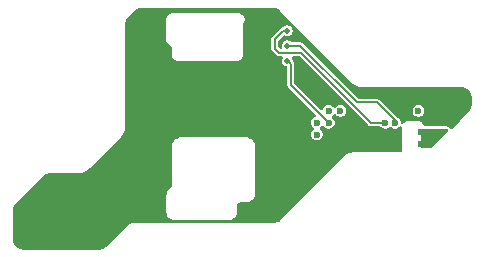
<source format=gbr>
%TF.GenerationSoftware,KiCad,Pcbnew,9.0.1-unknown-202504212220~56345a4158~ubuntu24.04.1*%
%TF.CreationDate,2025-05-10T20:44:28+10:00*%
%TF.ProjectId,MXBreakout,4d584272-6561-46b6-9f75-742e6b696361,rev?*%
%TF.SameCoordinates,Original*%
%TF.FileFunction,Copper,L2,Bot*%
%TF.FilePolarity,Positive*%
%FSLAX46Y46*%
G04 Gerber Fmt 4.6, Leading zero omitted, Abs format (unit mm)*
G04 Created by KiCad (PCBNEW 9.0.1-unknown-202504212220~56345a4158~ubuntu24.04.1) date 2025-05-10 20:44:28*
%MOMM*%
%LPD*%
G01*
G04 APERTURE LIST*
%TA.AperFunction,ComponentPad*%
%ADD10C,0.600000*%
%TD*%
%TA.AperFunction,ViaPad*%
%ADD11C,0.600000*%
%TD*%
%TA.AperFunction,ViaPad*%
%ADD12C,0.800000*%
%TD*%
%TA.AperFunction,ViaPad*%
%ADD13C,0.500000*%
%TD*%
%TA.AperFunction,Conductor*%
%ADD14C,0.200000*%
%TD*%
G04 APERTURE END LIST*
D10*
%TO.P,TP3,1,1*%
%TO.N,GND*%
X84250000Y-52625000D03*
%TD*%
%TO.P,TP3,1,1*%
%TO.N,GND*%
X85750000Y-52625000D03*
%TD*%
%TO.P,TP7,1,1*%
%TO.N,Net-(U10-RST)*%
X74000000Y-53000000D03*
%TD*%
%TO.P,TP3,1,1*%
%TO.N,GND*%
X57000000Y-58000000D03*
%TD*%
%TO.P,TP5,1,1*%
%TO.N,/DATA3*%
X73000000Y-55000000D03*
%TD*%
%TO.P,TP12,1,1*%
%TO.N,/POWER*%
X81600000Y-53000000D03*
%TD*%
%TO.P,TP3,1,1*%
%TO.N,/DATA1*%
X79600000Y-54000000D03*
%TD*%
%TO.P,TP2,1,1*%
%TO.N,/DATA0*%
X74000000Y-54000000D03*
%TD*%
%TO.P,TP10,1,1*%
%TO.N,/RESET*%
X75000000Y-53000000D03*
%TD*%
%TO.P,TP4,1,1*%
%TO.N,/DATA2*%
X78800000Y-54000000D03*
%TD*%
%TO.P,TP14,1,1*%
%TO.N,/SOFT*%
X73000000Y-54000000D03*
%TD*%
D11*
%TO.N,GND*%
X71800000Y-49300000D03*
D12*
X73500000Y-56000000D03*
X52500000Y-61500000D03*
X65000000Y-52500000D03*
X83000000Y-51500000D03*
X79500000Y-55500000D03*
X62500000Y-50000000D03*
X65000000Y-50000000D03*
X50000000Y-60000000D03*
X62500000Y-52500000D03*
X80000000Y-52500000D03*
X85000000Y-51500000D03*
X72000000Y-59000000D03*
D13*
X58700000Y-46215000D03*
D12*
X50000000Y-61500000D03*
X52500000Y-60000000D03*
D13*
%TO.N,/DATA0*%
X70500000Y-48750000D03*
%TO.N,/DATA1*%
X70500000Y-47475000D03*
%TO.N,/DATA2*%
X70500000Y-46210000D03*
D11*
%TO.N,+3.3V*%
X81800000Y-55800000D03*
X81800000Y-54800000D03*
%TD*%
D14*
%TO.N,/DATA0*%
X74000000Y-54000000D02*
X70800000Y-50800000D01*
X70800000Y-49050000D02*
X70500000Y-48750000D01*
X70800000Y-50800000D02*
X70800000Y-49050000D01*
%TO.N,/DATA1*%
X78075000Y-52275000D02*
X76362500Y-52275000D01*
X79600000Y-53800000D02*
X78075000Y-52275000D01*
X76362500Y-52275000D02*
X71562500Y-47475000D01*
X79600000Y-54000000D02*
X79600000Y-53800000D01*
X71562500Y-47475000D02*
X70500000Y-47475000D01*
%TO.N,/DATA2*%
X69450000Y-46905000D02*
X69450000Y-47726409D01*
X69450000Y-47726409D02*
X69778591Y-48055000D01*
X70500000Y-46210000D02*
X70145000Y-46210000D01*
X71680052Y-48055000D02*
X77625052Y-54000000D01*
X77625052Y-54000000D02*
X78800000Y-54000000D01*
X69778591Y-48055000D02*
X71680052Y-48055000D01*
X70145000Y-46210000D02*
X69450000Y-46905000D01*
%TD*%
%TA.AperFunction,Conductor*%
%TO.N,GND*%
G36*
X69341851Y-44251096D02*
G01*
X69469856Y-44263703D01*
X69493685Y-44268443D01*
X69610913Y-44304006D01*
X69633369Y-44313308D01*
X69741400Y-44371056D01*
X69761610Y-44384561D01*
X69861030Y-44466162D01*
X69861183Y-44466287D01*
X69870194Y-44474455D01*
X69873553Y-44477814D01*
X69873556Y-44477819D01*
X69873557Y-44477819D01*
X69905874Y-44510139D01*
X69905895Y-44510156D01*
X76073964Y-50678225D01*
X76074096Y-50678333D01*
X76099569Y-50703808D01*
X76258807Y-50819512D01*
X76258812Y-50819514D01*
X76258816Y-50819517D01*
X76280427Y-50830529D01*
X76434186Y-50908879D01*
X76434188Y-50908879D01*
X76434189Y-50908880D01*
X76434191Y-50908881D01*
X76599233Y-50962509D01*
X76621387Y-50969708D01*
X76815800Y-51000500D01*
X76864386Y-51000500D01*
X85291620Y-51000500D01*
X85329699Y-51000500D01*
X85341851Y-51001096D01*
X85469856Y-51013703D01*
X85493685Y-51018443D01*
X85610913Y-51054006D01*
X85633369Y-51063308D01*
X85741400Y-51121056D01*
X85761611Y-51134562D01*
X85861183Y-51216287D01*
X85870210Y-51224471D01*
X85875667Y-51229930D01*
X85883828Y-51238937D01*
X85965418Y-51338368D01*
X85978921Y-51358579D01*
X86036660Y-51466615D01*
X86045961Y-51489072D01*
X86081518Y-51606305D01*
X86086259Y-51630143D01*
X86098903Y-51758544D01*
X86099500Y-51770696D01*
X86099500Y-52450389D01*
X86099498Y-52450395D01*
X86099499Y-52477576D01*
X86099499Y-52488730D01*
X86098951Y-52500381D01*
X86087359Y-52623207D01*
X86082997Y-52646102D01*
X86050256Y-52758944D01*
X86041684Y-52780624D01*
X85988399Y-52885347D01*
X85975920Y-52905040D01*
X85900593Y-53002304D01*
X85893275Y-53010912D01*
X85893234Y-53010956D01*
X85893156Y-53011038D01*
X85892972Y-53011236D01*
X85107099Y-53849500D01*
X84491098Y-54506567D01*
X84430886Y-54542011D01*
X84361070Y-54539276D01*
X84303815Y-54499230D01*
X84291203Y-54480073D01*
X84270154Y-54440573D01*
X84268738Y-54437915D01*
X84222983Y-54385111D01*
X84222977Y-54385104D01*
X84205395Y-54367160D01*
X84205394Y-54367159D01*
X84205392Y-54367157D01*
X84205390Y-54367156D01*
X84205388Y-54367154D01*
X84125578Y-54322511D01*
X84125573Y-54322509D01*
X84058541Y-54302826D01*
X84058537Y-54302825D01*
X84058536Y-54302825D01*
X84000638Y-54294500D01*
X84000634Y-54294500D01*
X82149591Y-54294500D01*
X82082552Y-54274815D01*
X82036797Y-54222011D01*
X82028700Y-54198091D01*
X82025404Y-54183650D01*
X81976467Y-54082033D01*
X81976466Y-54082030D01*
X81934648Y-54029594D01*
X81906146Y-53993854D01*
X81872817Y-53967275D01*
X81817969Y-53923533D01*
X81817966Y-53923532D01*
X81716350Y-53874596D01*
X81606399Y-53849500D01*
X81606393Y-53849500D01*
X81599828Y-53849500D01*
X80744170Y-53849500D01*
X80700000Y-53849500D01*
X80643607Y-53849500D01*
X80643600Y-53849500D01*
X80533649Y-53874596D01*
X80432033Y-53923532D01*
X80432030Y-53923533D01*
X80343853Y-53993854D01*
X80321446Y-54021952D01*
X80264257Y-54062092D01*
X80194445Y-54064941D01*
X80134176Y-54029594D01*
X80102584Y-53967275D01*
X80100500Y-53944638D01*
X80100500Y-53934110D01*
X80100500Y-53934108D01*
X80066392Y-53806814D01*
X80000500Y-53692686D01*
X79907314Y-53599500D01*
X79793188Y-53533609D01*
X79793185Y-53533607D01*
X79793186Y-53533607D01*
X79778002Y-53529539D01*
X79722417Y-53497446D01*
X79159079Y-52934108D01*
X81099500Y-52934108D01*
X81099500Y-53065891D01*
X81133608Y-53193187D01*
X81166554Y-53250250D01*
X81199500Y-53307314D01*
X81292686Y-53400500D01*
X81406814Y-53466392D01*
X81534108Y-53500500D01*
X81534110Y-53500500D01*
X81665890Y-53500500D01*
X81665892Y-53500500D01*
X81793186Y-53466392D01*
X81907314Y-53400500D01*
X82000500Y-53307314D01*
X82066392Y-53193186D01*
X82100500Y-53065892D01*
X82100500Y-52934108D01*
X82066392Y-52806814D01*
X82000500Y-52692686D01*
X81907314Y-52599500D01*
X81850250Y-52566554D01*
X81793187Y-52533608D01*
X81729539Y-52516554D01*
X81665892Y-52499500D01*
X81534108Y-52499500D01*
X81406812Y-52533608D01*
X81292686Y-52599500D01*
X81292683Y-52599502D01*
X81199502Y-52692683D01*
X81199500Y-52692686D01*
X81133608Y-52806812D01*
X81099500Y-52934108D01*
X79159079Y-52934108D01*
X78259512Y-52034541D01*
X78259504Y-52034535D01*
X78190995Y-51994982D01*
X78190990Y-51994979D01*
X78165513Y-51988152D01*
X78114562Y-51974500D01*
X78114560Y-51974500D01*
X76538333Y-51974500D01*
X76471294Y-51954815D01*
X76450652Y-51938181D01*
X71747012Y-47234541D01*
X71747007Y-47234537D01*
X71737565Y-47229086D01*
X71737564Y-47229086D01*
X71718861Y-47218288D01*
X71678491Y-47194980D01*
X71678490Y-47194979D01*
X71653013Y-47188152D01*
X71602062Y-47174500D01*
X71602060Y-47174500D01*
X70887964Y-47174500D01*
X70820925Y-47154815D01*
X70800283Y-47138181D01*
X70776615Y-47114513D01*
X70776613Y-47114511D01*
X70673886Y-47055201D01*
X70559309Y-47024500D01*
X70440691Y-47024500D01*
X70326114Y-47055201D01*
X70326112Y-47055201D01*
X70326112Y-47055202D01*
X70223387Y-47114511D01*
X70223384Y-47114513D01*
X70139513Y-47198384D01*
X70139511Y-47198387D01*
X70111732Y-47246502D01*
X70080201Y-47301114D01*
X70049500Y-47415691D01*
X70049500Y-47415693D01*
X70049500Y-47534308D01*
X70063921Y-47588129D01*
X70062258Y-47657979D01*
X70023095Y-47715841D01*
X69958866Y-47743345D01*
X69889964Y-47731758D01*
X69856465Y-47707903D01*
X69786819Y-47638257D01*
X69753334Y-47576934D01*
X69750500Y-47550576D01*
X69750500Y-47080832D01*
X69770185Y-47013793D01*
X69786815Y-46993155D01*
X70147292Y-46632677D01*
X70208613Y-46599194D01*
X70278304Y-46604178D01*
X70296970Y-46612972D01*
X70326114Y-46629799D01*
X70440691Y-46660500D01*
X70440694Y-46660500D01*
X70559306Y-46660500D01*
X70559309Y-46660500D01*
X70673886Y-46629799D01*
X70776613Y-46570489D01*
X70860489Y-46486613D01*
X70919799Y-46383886D01*
X70950500Y-46269309D01*
X70950500Y-46150691D01*
X70919799Y-46036114D01*
X70860489Y-45933387D01*
X70776613Y-45849511D01*
X70673886Y-45790201D01*
X70559309Y-45759500D01*
X70440691Y-45759500D01*
X70326114Y-45790201D01*
X70326112Y-45790201D01*
X70326112Y-45790202D01*
X70223387Y-45849511D01*
X70223384Y-45849513D01*
X70199717Y-45873181D01*
X70138394Y-45906666D01*
X70112036Y-45909500D01*
X70105438Y-45909500D01*
X70054486Y-45923152D01*
X70029010Y-45929979D01*
X69969934Y-45964087D01*
X69969933Y-45964086D01*
X69960492Y-45969537D01*
X69960487Y-45969541D01*
X69209541Y-46720487D01*
X69209535Y-46720495D01*
X69169982Y-46789004D01*
X69169979Y-46789009D01*
X69156326Y-46839962D01*
X69149500Y-46865438D01*
X69149500Y-47765971D01*
X69159739Y-47804184D01*
X69169979Y-47842400D01*
X69169981Y-47842403D01*
X69200232Y-47894798D01*
X69200233Y-47894799D01*
X69207838Y-47907973D01*
X69209541Y-47910922D01*
X69504450Y-48205830D01*
X69538131Y-48239511D01*
X69594080Y-48295460D01*
X69594082Y-48295461D01*
X69594086Y-48295464D01*
X69662595Y-48335017D01*
X69662602Y-48335021D01*
X69739029Y-48355500D01*
X69992798Y-48355500D01*
X70059837Y-48375185D01*
X70105592Y-48427989D01*
X70115536Y-48497147D01*
X70100185Y-48541500D01*
X70080202Y-48576110D01*
X70080201Y-48576114D01*
X70049500Y-48690691D01*
X70049500Y-48809309D01*
X70080201Y-48923886D01*
X70139511Y-49026613D01*
X70223387Y-49110489D01*
X70326114Y-49169799D01*
X70407595Y-49191631D01*
X70467253Y-49227994D01*
X70497783Y-49290841D01*
X70499500Y-49311405D01*
X70499500Y-50839562D01*
X70501963Y-50848752D01*
X70519979Y-50915990D01*
X70550991Y-50969702D01*
X70550993Y-50969709D01*
X70550994Y-50969709D01*
X70559538Y-50984508D01*
X70559541Y-50984513D01*
X72892986Y-53317957D01*
X72926471Y-53379280D01*
X72921487Y-53448972D01*
X72879615Y-53504905D01*
X72837401Y-53525412D01*
X72806814Y-53533608D01*
X72806813Y-53533608D01*
X72806811Y-53533609D01*
X72692686Y-53599500D01*
X72692683Y-53599502D01*
X72599502Y-53692683D01*
X72599500Y-53692686D01*
X72533608Y-53806812D01*
X72499500Y-53934108D01*
X72499500Y-54065891D01*
X72533608Y-54193187D01*
X72550250Y-54222011D01*
X72599500Y-54307314D01*
X72599502Y-54307316D01*
X72692687Y-54400501D01*
X72694158Y-54401630D01*
X72695083Y-54402897D01*
X72698433Y-54406247D01*
X72697910Y-54406769D01*
X72735356Y-54458060D01*
X72739506Y-54527807D01*
X72705289Y-54588725D01*
X72694158Y-54598370D01*
X72692687Y-54599498D01*
X72599502Y-54692683D01*
X72599500Y-54692686D01*
X72533608Y-54806812D01*
X72499500Y-54934108D01*
X72499500Y-55065891D01*
X72533608Y-55193187D01*
X72556768Y-55233301D01*
X72599500Y-55307314D01*
X72692686Y-55400500D01*
X72806814Y-55466392D01*
X72934108Y-55500500D01*
X72934110Y-55500500D01*
X73065890Y-55500500D01*
X73065892Y-55500500D01*
X73193186Y-55466392D01*
X73307314Y-55400500D01*
X73400500Y-55307314D01*
X73466392Y-55193186D01*
X73500500Y-55065892D01*
X73500500Y-54934108D01*
X73466392Y-54806814D01*
X73400500Y-54692686D01*
X73307314Y-54599500D01*
X73307311Y-54599498D01*
X73305847Y-54598375D01*
X73304921Y-54597107D01*
X73301567Y-54593753D01*
X73302090Y-54593229D01*
X73295759Y-54584559D01*
X73282068Y-54574310D01*
X73275585Y-54556931D01*
X73264645Y-54541947D01*
X73263627Y-54524870D01*
X73257651Y-54508846D01*
X73261594Y-54490720D01*
X73260491Y-54472201D01*
X73268942Y-54456940D01*
X73272503Y-54440573D01*
X73288089Y-54422367D01*
X73293654Y-54412319D01*
X73302958Y-54403014D01*
X73307314Y-54400500D01*
X73400500Y-54307314D01*
X73403014Y-54302958D01*
X73412319Y-54293654D01*
X73436131Y-54280651D01*
X73458053Y-54264645D01*
X73466349Y-54264150D01*
X73473642Y-54260169D01*
X73500707Y-54262104D01*
X73527799Y-54260491D01*
X73535044Y-54264560D01*
X73543334Y-54265153D01*
X73565058Y-54281416D01*
X73588719Y-54294704D01*
X73598375Y-54305847D01*
X73599498Y-54307311D01*
X73599500Y-54307314D01*
X73692686Y-54400500D01*
X73806814Y-54466392D01*
X73934108Y-54500500D01*
X73934110Y-54500500D01*
X74065890Y-54500500D01*
X74065892Y-54500500D01*
X74193186Y-54466392D01*
X74307314Y-54400500D01*
X74400500Y-54307314D01*
X74466392Y-54193186D01*
X74500500Y-54065892D01*
X74500500Y-53934108D01*
X74466392Y-53806814D01*
X74400500Y-53692686D01*
X74307314Y-53599500D01*
X74307311Y-53599498D01*
X74305847Y-53598375D01*
X74304921Y-53597107D01*
X74301567Y-53593753D01*
X74302090Y-53593229D01*
X74295759Y-53584559D01*
X74282068Y-53574310D01*
X74275585Y-53556931D01*
X74264645Y-53541947D01*
X74263627Y-53524870D01*
X74257651Y-53508846D01*
X74261594Y-53490720D01*
X74260491Y-53472201D01*
X74268942Y-53456940D01*
X74272503Y-53440573D01*
X74288089Y-53422367D01*
X74293654Y-53412319D01*
X74302958Y-53403014D01*
X74307314Y-53400500D01*
X74400500Y-53307314D01*
X74403014Y-53302958D01*
X74412319Y-53293654D01*
X74436131Y-53280651D01*
X74458053Y-53264645D01*
X74466349Y-53264150D01*
X74473642Y-53260169D01*
X74500707Y-53262104D01*
X74527799Y-53260491D01*
X74535044Y-53264560D01*
X74543334Y-53265153D01*
X74565058Y-53281416D01*
X74588719Y-53294704D01*
X74598375Y-53305847D01*
X74599498Y-53307311D01*
X74599500Y-53307314D01*
X74692686Y-53400500D01*
X74806814Y-53466392D01*
X74934108Y-53500500D01*
X74934110Y-53500500D01*
X75065890Y-53500500D01*
X75065892Y-53500500D01*
X75193186Y-53466392D01*
X75307314Y-53400500D01*
X75400500Y-53307314D01*
X75466392Y-53193186D01*
X75500500Y-53065892D01*
X75500500Y-52934108D01*
X75466392Y-52806814D01*
X75400500Y-52692686D01*
X75307314Y-52599500D01*
X75250250Y-52566554D01*
X75193187Y-52533608D01*
X75129539Y-52516554D01*
X75065892Y-52499500D01*
X74934108Y-52499500D01*
X74806812Y-52533608D01*
X74692686Y-52599500D01*
X74692683Y-52599502D01*
X74599498Y-52692687D01*
X74598370Y-52694158D01*
X74597102Y-52695083D01*
X74593753Y-52698433D01*
X74593230Y-52697910D01*
X74541940Y-52735356D01*
X74472193Y-52739506D01*
X74411275Y-52705289D01*
X74401630Y-52694158D01*
X74400501Y-52692687D01*
X74307316Y-52599502D01*
X74307314Y-52599500D01*
X74250250Y-52566554D01*
X74193187Y-52533608D01*
X74129539Y-52516554D01*
X74065892Y-52499500D01*
X73934108Y-52499500D01*
X73806812Y-52533608D01*
X73692686Y-52599500D01*
X73692683Y-52599502D01*
X73599502Y-52692683D01*
X73599500Y-52692686D01*
X73533609Y-52806811D01*
X73525413Y-52837400D01*
X73489047Y-52897060D01*
X73426200Y-52927588D01*
X73356824Y-52919293D01*
X73317957Y-52892986D01*
X71136819Y-50711848D01*
X71103334Y-50650525D01*
X71100500Y-50624167D01*
X71100500Y-49010439D01*
X71080020Y-48934009D01*
X71080017Y-48934004D01*
X71040464Y-48865495D01*
X71040458Y-48865487D01*
X70986819Y-48811848D01*
X70953334Y-48750525D01*
X70950500Y-48724167D01*
X70950500Y-48690693D01*
X70950500Y-48690691D01*
X70919799Y-48576114D01*
X70919797Y-48576110D01*
X70899815Y-48541500D01*
X70883342Y-48473600D01*
X70906194Y-48407573D01*
X70961115Y-48364383D01*
X71007202Y-48355500D01*
X71504219Y-48355500D01*
X71571258Y-48375185D01*
X71591900Y-48391819D01*
X77440541Y-54240460D01*
X77509064Y-54280022D01*
X77585490Y-54300500D01*
X78341324Y-54300500D01*
X78408363Y-54320185D01*
X78429005Y-54336819D01*
X78492686Y-54400500D01*
X78606814Y-54466392D01*
X78734108Y-54500500D01*
X78734110Y-54500500D01*
X78865890Y-54500500D01*
X78865892Y-54500500D01*
X78993186Y-54466392D01*
X79107314Y-54400500D01*
X79112319Y-54395495D01*
X79173642Y-54362010D01*
X79243334Y-54366994D01*
X79287681Y-54395495D01*
X79292686Y-54400500D01*
X79406814Y-54466392D01*
X79534108Y-54500500D01*
X79534110Y-54500500D01*
X79665890Y-54500500D01*
X79665892Y-54500500D01*
X79793186Y-54466392D01*
X79907314Y-54400500D01*
X79987819Y-54319995D01*
X80049142Y-54286510D01*
X80118834Y-54291494D01*
X80174767Y-54333366D01*
X80199184Y-54398830D01*
X80199500Y-54407676D01*
X80199500Y-56356389D01*
X80200089Y-56361618D01*
X80188033Y-56430440D01*
X80140683Y-56481819D01*
X80076868Y-56499500D01*
X76103593Y-56499500D01*
X76103502Y-56499508D01*
X76065795Y-56499508D01*
X75871393Y-56530296D01*
X75871385Y-56530298D01*
X75684198Y-56591117D01*
X75684186Y-56591122D01*
X75508815Y-56680475D01*
X75508804Y-56680482D01*
X75349572Y-56796168D01*
X75349567Y-56796173D01*
X75297775Y-56847961D01*
X75297768Y-56847971D01*
X69870079Y-62275657D01*
X69861056Y-62283835D01*
X69761631Y-62365419D01*
X69741420Y-62378921D01*
X69633384Y-62436660D01*
X69610927Y-62445961D01*
X69493694Y-62481518D01*
X69469856Y-62486259D01*
X69341455Y-62498903D01*
X69329303Y-62499500D01*
X57603593Y-62499500D01*
X57603502Y-62499508D01*
X57565795Y-62499508D01*
X57371393Y-62530296D01*
X57371385Y-62530298D01*
X57184198Y-62591117D01*
X57184186Y-62591122D01*
X57008815Y-62680475D01*
X57008804Y-62680482D01*
X56849573Y-62796168D01*
X56815210Y-62830529D01*
X55120090Y-64525648D01*
X55111067Y-64533826D01*
X55011631Y-64615419D01*
X54991420Y-64628921D01*
X54883384Y-64686660D01*
X54860927Y-64695961D01*
X54743694Y-64731518D01*
X54719856Y-64736259D01*
X54591455Y-64748903D01*
X54579303Y-64749500D01*
X48170301Y-64749500D01*
X48158148Y-64748903D01*
X48144202Y-64747529D01*
X48030141Y-64736296D01*
X48006302Y-64731554D01*
X47889075Y-64695996D01*
X47866616Y-64686694D01*
X47758577Y-64628947D01*
X47738365Y-64615442D01*
X47639013Y-64533908D01*
X47629995Y-64525735D01*
X47474330Y-64370069D01*
X47466158Y-64361052D01*
X47384565Y-64261629D01*
X47371060Y-64241417D01*
X47313314Y-64133379D01*
X47304014Y-64110926D01*
X47268451Y-63993687D01*
X47263712Y-63969860D01*
X47251096Y-63841750D01*
X47250500Y-63829600D01*
X47250500Y-61420301D01*
X47251097Y-61408148D01*
X47255407Y-61364386D01*
X47263703Y-61280141D01*
X47268443Y-61256316D01*
X47304007Y-61139082D01*
X47313306Y-61116634D01*
X47371059Y-61008594D01*
X47384558Y-60988393D01*
X47466302Y-60888798D01*
X47474452Y-60879807D01*
X47477814Y-60876445D01*
X47477822Y-60876441D01*
X47477821Y-60876440D01*
X47511436Y-60842830D01*
X47511459Y-60842800D01*
X48221067Y-60133192D01*
X60249499Y-60133192D01*
X60249500Y-60201850D01*
X60249500Y-61455830D01*
X60249500Y-61500000D01*
X60249500Y-61573918D01*
X60249500Y-61573920D01*
X60249499Y-61573920D01*
X60278340Y-61718907D01*
X60278343Y-61718917D01*
X60334912Y-61855488D01*
X60334919Y-61855501D01*
X60417048Y-61978415D01*
X60417051Y-61978419D01*
X60521580Y-62082948D01*
X60521584Y-62082951D01*
X60644498Y-62165080D01*
X60644511Y-62165087D01*
X60781082Y-62221656D01*
X60781087Y-62221658D01*
X60781091Y-62221658D01*
X60781092Y-62221659D01*
X60926079Y-62250500D01*
X60926082Y-62250500D01*
X65573920Y-62250500D01*
X65671462Y-62231096D01*
X65718913Y-62221658D01*
X65855495Y-62165084D01*
X65978416Y-62082951D01*
X66082951Y-61978416D01*
X66165084Y-61855495D01*
X66221658Y-61718913D01*
X66250500Y-61573918D01*
X66250500Y-61500000D01*
X66250500Y-61455830D01*
X66250500Y-61009755D01*
X66252025Y-60990369D01*
X66259639Y-60942291D01*
X66271624Y-60905406D01*
X66289237Y-60870840D01*
X66312033Y-60839464D01*
X66339464Y-60812033D01*
X66370840Y-60789237D01*
X66405406Y-60771624D01*
X66442291Y-60759639D01*
X66490368Y-60752025D01*
X66509756Y-60750500D01*
X67073920Y-60750500D01*
X67171462Y-60731096D01*
X67218913Y-60721658D01*
X67355495Y-60665084D01*
X67478416Y-60582951D01*
X67582951Y-60478416D01*
X67665084Y-60355495D01*
X67721658Y-60218913D01*
X67738709Y-60133193D01*
X67750500Y-60073920D01*
X67750500Y-55926079D01*
X67721659Y-55781092D01*
X67721658Y-55781091D01*
X67721658Y-55781087D01*
X67721656Y-55781082D01*
X67665087Y-55644511D01*
X67665080Y-55644498D01*
X67582951Y-55521584D01*
X67582948Y-55521580D01*
X67478419Y-55417051D01*
X67478415Y-55417048D01*
X67355501Y-55334919D01*
X67355488Y-55334912D01*
X67218917Y-55278343D01*
X67218907Y-55278340D01*
X67073920Y-55249500D01*
X67073918Y-55249500D01*
X67049828Y-55249500D01*
X61544170Y-55249500D01*
X61500000Y-55249500D01*
X61426082Y-55249500D01*
X61426080Y-55249500D01*
X61281092Y-55278340D01*
X61281082Y-55278343D01*
X61144511Y-55334912D01*
X61144498Y-55334919D01*
X61021584Y-55417048D01*
X61021580Y-55417051D01*
X60917051Y-55521580D01*
X60917048Y-55521584D01*
X60834919Y-55644498D01*
X60834912Y-55644511D01*
X60778343Y-55781082D01*
X60778340Y-55781092D01*
X60749500Y-55926079D01*
X60749500Y-59284772D01*
X60748439Y-59300959D01*
X60743129Y-59341289D01*
X60734753Y-59372550D01*
X60722323Y-59402562D01*
X60706135Y-59430601D01*
X60681393Y-59462845D01*
X60670705Y-59475033D01*
X60663519Y-59482220D01*
X60663513Y-59482226D01*
X60505633Y-59640104D01*
X60505615Y-59640114D01*
X60417043Y-59728689D01*
X60417038Y-59728696D01*
X60334910Y-59851614D01*
X60278339Y-59988194D01*
X60275991Y-60000000D01*
X60249499Y-60133192D01*
X48221067Y-60133192D01*
X49879919Y-58474341D01*
X49888920Y-58466183D01*
X49988371Y-58384577D01*
X50008575Y-58371080D01*
X50116619Y-58313337D01*
X50139070Y-58304038D01*
X50256305Y-58268480D01*
X50280141Y-58263740D01*
X50336874Y-58258154D01*
X50408546Y-58251097D01*
X50420697Y-58250500D01*
X52897728Y-58250500D01*
X52898105Y-58250462D01*
X52934195Y-58250463D01*
X53128599Y-58219678D01*
X53128601Y-58219677D01*
X53128603Y-58219677D01*
X53174427Y-58204789D01*
X53315794Y-58158863D01*
X53491172Y-58069515D01*
X53650415Y-57953835D01*
X53684779Y-57919475D01*
X53684790Y-57919471D01*
X53720009Y-57884252D01*
X53751244Y-57853021D01*
X53751244Y-57853019D01*
X53760615Y-57843650D01*
X53760635Y-57843624D01*
X56419471Y-55184789D01*
X56419471Y-55184788D01*
X56428506Y-55175754D01*
X56428608Y-55175627D01*
X56453808Y-55150431D01*
X56569512Y-54991193D01*
X56658879Y-54815814D01*
X56719708Y-54628613D01*
X56750500Y-54434200D01*
X56750500Y-54335782D01*
X56750500Y-54320286D01*
X56750500Y-46845221D01*
X60249459Y-46845221D01*
X60249476Y-46946159D01*
X60251829Y-46957960D01*
X60252034Y-46958634D01*
X60268727Y-47042478D01*
X60306469Y-47133558D01*
X60306471Y-47133560D01*
X60360654Y-47214624D01*
X60360860Y-47215121D01*
X60361240Y-47215501D01*
X60361257Y-47215526D01*
X60364020Y-47218288D01*
X60392240Y-47246502D01*
X60392255Y-47246516D01*
X60711539Y-47565800D01*
X60713372Y-47567641D01*
X60721318Y-47582270D01*
X60723950Y-47580357D01*
X60723974Y-47580390D01*
X60721338Y-47582306D01*
X60729936Y-47598134D01*
X60746659Y-47628739D01*
X60746683Y-47628963D01*
X60746723Y-47629037D01*
X60746710Y-47629213D01*
X60749500Y-47655131D01*
X60749500Y-48306399D01*
X60774596Y-48416350D01*
X60823532Y-48517966D01*
X60823533Y-48517969D01*
X60869901Y-48576110D01*
X60893854Y-48606146D01*
X60930710Y-48635538D01*
X60982030Y-48676466D01*
X60982033Y-48676467D01*
X61083649Y-48725403D01*
X61193600Y-48750499D01*
X61193605Y-48750499D01*
X61193607Y-48750500D01*
X61193609Y-48750500D01*
X66306391Y-48750500D01*
X66306393Y-48750500D01*
X66306395Y-48750499D01*
X66306399Y-48750499D01*
X66374362Y-48734986D01*
X66416351Y-48725403D01*
X66517967Y-48676467D01*
X66517967Y-48676466D01*
X66517969Y-48676466D01*
X66539896Y-48658978D01*
X66606146Y-48606146D01*
X66658978Y-48539896D01*
X66676466Y-48517969D01*
X66676467Y-48517966D01*
X66697936Y-48473387D01*
X66725403Y-48416351D01*
X66750500Y-48306393D01*
X66750500Y-48250000D01*
X66750500Y-48205830D01*
X66750500Y-45655131D01*
X66758946Y-45626364D01*
X66764976Y-45596988D01*
X66769282Y-45591165D01*
X66770185Y-45588092D01*
X66785794Y-45568487D01*
X66788525Y-45565691D01*
X66788647Y-45565622D01*
X66789209Y-45565060D01*
X66789541Y-45564662D01*
X66796936Y-45557267D01*
X66862808Y-45443148D01*
X66896903Y-45315869D01*
X66896900Y-45184103D01*
X66862797Y-45056826D01*
X66796919Y-44942711D01*
X66703754Y-44849530D01*
X66589648Y-44783634D01*
X66589647Y-44783633D01*
X66589646Y-44783633D01*
X66589645Y-44783632D01*
X66462381Y-44749512D01*
X66462380Y-44749511D01*
X66462377Y-44749511D01*
X66462348Y-44749510D01*
X66458130Y-44749510D01*
X66458130Y-44749509D01*
X66446293Y-44749507D01*
X66446275Y-44749500D01*
X66396496Y-44749500D01*
X66396494Y-44749500D01*
X66396295Y-44749499D01*
X66341558Y-44749490D01*
X66341444Y-44749500D01*
X60693600Y-44749500D01*
X60583649Y-44774596D01*
X60482033Y-44823532D01*
X60482030Y-44823533D01*
X60393854Y-44893854D01*
X60323533Y-44982030D01*
X60323532Y-44982033D01*
X60274596Y-45083649D01*
X60249500Y-45193600D01*
X60249500Y-46841444D01*
X60249490Y-46841558D01*
X60249490Y-46845116D01*
X60249459Y-46845221D01*
X56750500Y-46845221D01*
X56750500Y-45670300D01*
X56751097Y-45658147D01*
X56757120Y-45596988D01*
X56763703Y-45530140D01*
X56768445Y-45506302D01*
X56804005Y-45389069D01*
X56813301Y-45366624D01*
X56871055Y-45258570D01*
X56884556Y-45238367D01*
X56966092Y-45139012D01*
X56974255Y-45130004D01*
X57629935Y-44474325D01*
X57638930Y-44466171D01*
X57738374Y-44384561D01*
X57758578Y-44371062D01*
X57866628Y-44313310D01*
X57889069Y-44304015D01*
X58006314Y-44268450D01*
X58030137Y-44263712D01*
X58158250Y-44251096D01*
X58170399Y-44250500D01*
X58208380Y-44250500D01*
X69291620Y-44250500D01*
X69329699Y-44250500D01*
X69341851Y-44251096D01*
G37*
%TD.AperFunction*%
%TD*%
%TA.AperFunction,Conductor*%
%TO.N,+3.3V*%
G36*
X84067677Y-54519685D02*
G01*
X84113432Y-54572489D01*
X84123376Y-54641647D01*
X84094351Y-54705203D01*
X84088319Y-54711681D01*
X82736319Y-56063681D01*
X82674996Y-56097166D01*
X82648638Y-56100000D01*
X81924500Y-56100000D01*
X81857461Y-56080315D01*
X81811706Y-56027511D01*
X81800500Y-55976000D01*
X81800500Y-54624000D01*
X81820185Y-54556961D01*
X81872989Y-54511206D01*
X81924500Y-54500000D01*
X84000638Y-54500000D01*
X84067677Y-54519685D01*
G37*
%TD.AperFunction*%
%TD*%
M02*

</source>
